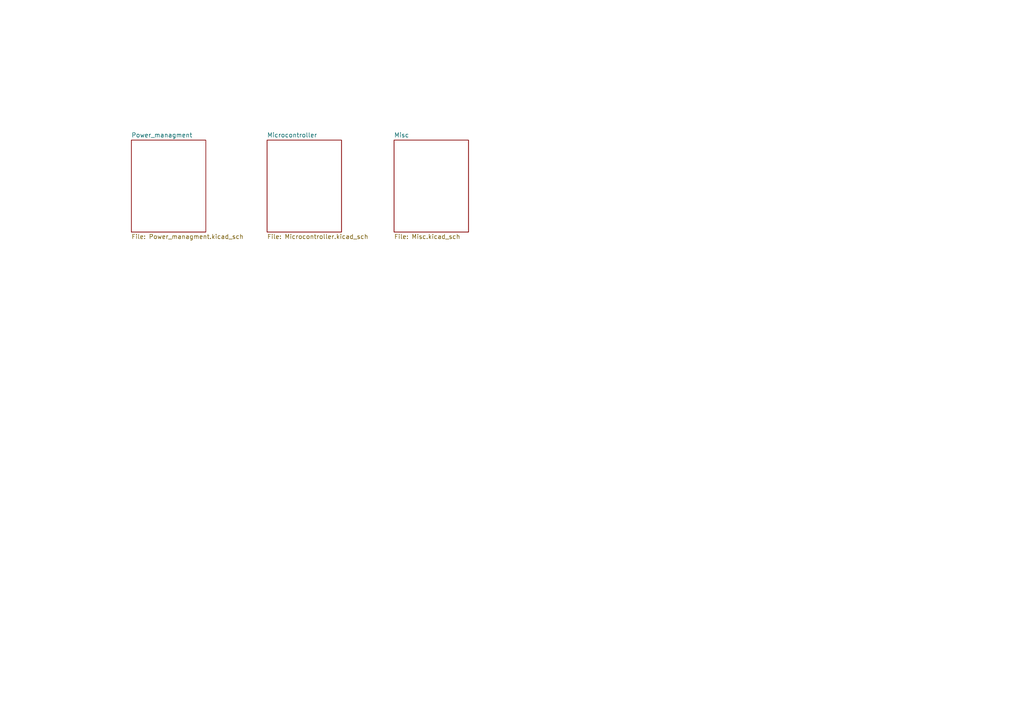
<source format=kicad_sch>
(kicad_sch
	(version 20250114)
	(generator "eeschema")
	(generator_version "9.0")
	(uuid "3bfa0517-de4b-49cb-a17a-4be75d603dbf")
	(paper "A4")
	(title_block
		(title "Cenere Mouse")
		(date "2025-08-22")
		(rev "1")
		(company "Triungulo Lab")
	)
	(lib_symbols)
	(sheet
		(at 38.1 40.64)
		(size 21.59 26.67)
		(exclude_from_sim no)
		(in_bom yes)
		(on_board yes)
		(dnp no)
		(fields_autoplaced yes)
		(stroke
			(width 0.1524)
			(type solid)
		)
		(fill
			(color 0 0 0 0.0000)
		)
		(uuid "34ca5ee1-40ec-4185-b493-809855f9992d")
		(property "Sheetname" "Power_managment"
			(at 38.1 39.9284 0)
			(effects
				(font
					(size 1.27 1.27)
				)
				(justify left bottom)
			)
		)
		(property "Sheetfile" "Power_managment.kicad_sch"
			(at 38.1 67.8946 0)
			(effects
				(font
					(size 1.27 1.27)
				)
				(justify left top)
			)
		)
		(instances
			(project "Cenere Mouse"
				(path "/3bfa0517-de4b-49cb-a17a-4be75d603dbf"
					(page "2")
				)
			)
		)
	)
	(sheet
		(at 77.47 40.64)
		(size 21.59 26.67)
		(exclude_from_sim no)
		(in_bom yes)
		(on_board yes)
		(dnp no)
		(fields_autoplaced yes)
		(stroke
			(width 0.1524)
			(type solid)
		)
		(fill
			(color 0 0 0 0.0000)
		)
		(uuid "be5c28d5-8a0d-4f18-9b16-40e0845ea800")
		(property "Sheetname" "Microcontroller"
			(at 77.47 39.9284 0)
			(effects
				(font
					(size 1.27 1.27)
				)
				(justify left bottom)
			)
		)
		(property "Sheetfile" "Microcontroller.kicad_sch"
			(at 77.47 67.8946 0)
			(effects
				(font
					(size 1.27 1.27)
				)
				(justify left top)
			)
		)
		(instances
			(project "Cenere Mouse"
				(path "/3bfa0517-de4b-49cb-a17a-4be75d603dbf"
					(page "3")
				)
			)
		)
	)
	(sheet
		(at 114.3 40.64)
		(size 21.59 26.67)
		(exclude_from_sim no)
		(in_bom yes)
		(on_board yes)
		(dnp no)
		(fields_autoplaced yes)
		(stroke
			(width 0.1524)
			(type solid)
		)
		(fill
			(color 0 0 0 0.0000)
		)
		(uuid "d017e985-742b-487f-b429-2b7a55f07635")
		(property "Sheetname" "Misc"
			(at 114.3 39.9284 0)
			(effects
				(font
					(size 1.27 1.27)
				)
				(justify left bottom)
			)
		)
		(property "Sheetfile" "Misc.kicad_sch"
			(at 114.3 67.8946 0)
			(effects
				(font
					(size 1.27 1.27)
				)
				(justify left top)
			)
		)
		(instances
			(project "Cenere Mouse"
				(path "/3bfa0517-de4b-49cb-a17a-4be75d603dbf"
					(page "4")
				)
			)
		)
	)
	(sheet_instances
		(path "/"
			(page "1")
		)
	)
	(embedded_fonts no)
)

</source>
